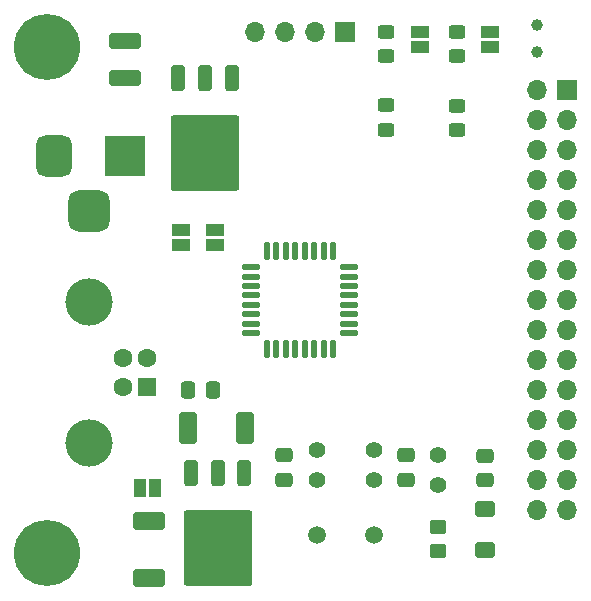
<source format=gbr>
%TF.GenerationSoftware,KiCad,Pcbnew,8.0.4*%
%TF.CreationDate,2024-10-18T12:18:20-03:00*%
%TF.ProjectId,STM32_DEV_BOARD,53544d33-325f-4444-9556-5f424f415244,rev?*%
%TF.SameCoordinates,Original*%
%TF.FileFunction,Soldermask,Top*%
%TF.FilePolarity,Negative*%
%FSLAX46Y46*%
G04 Gerber Fmt 4.6, Leading zero omitted, Abs format (unit mm)*
G04 Created by KiCad (PCBNEW 8.0.4) date 2024-10-18 12:18:20*
%MOMM*%
%LPD*%
G01*
G04 APERTURE LIST*
G04 Aperture macros list*
%AMRoundRect*
0 Rectangle with rounded corners*
0 $1 Rounding radius*
0 $2 $3 $4 $5 $6 $7 $8 $9 X,Y pos of 4 corners*
0 Add a 4 corners polygon primitive as box body*
4,1,4,$2,$3,$4,$5,$6,$7,$8,$9,$2,$3,0*
0 Add four circle primitives for the rounded corners*
1,1,$1+$1,$2,$3*
1,1,$1+$1,$4,$5*
1,1,$1+$1,$6,$7*
1,1,$1+$1,$8,$9*
0 Add four rect primitives between the rounded corners*
20,1,$1+$1,$2,$3,$4,$5,0*
20,1,$1+$1,$4,$5,$6,$7,0*
20,1,$1+$1,$6,$7,$8,$9,0*
20,1,$1+$1,$8,$9,$2,$3,0*%
G04 Aperture macros list end*
%ADD10C,1.400000*%
%ADD11RoundRect,0.250000X-1.100000X0.500000X-1.100000X-0.500000X1.100000X-0.500000X1.100000X0.500000X0*%
%ADD12RoundRect,0.125000X0.125000X-0.625000X0.125000X0.625000X-0.125000X0.625000X-0.125000X-0.625000X0*%
%ADD13RoundRect,0.125000X0.625000X-0.125000X0.625000X0.125000X-0.625000X0.125000X-0.625000X-0.125000X0*%
%ADD14RoundRect,0.250000X-0.500000X-1.100000X0.500000X-1.100000X0.500000X1.100000X-0.500000X1.100000X0*%
%ADD15C,1.000000*%
%ADD16C,5.600000*%
%ADD17RoundRect,0.250000X-0.350000X0.850000X-0.350000X-0.850000X0.350000X-0.850000X0.350000X0.850000X0*%
%ADD18RoundRect,0.249997X-2.650003X2.950003X-2.650003X-2.950003X2.650003X-2.950003X2.650003X2.950003X0*%
%ADD19RoundRect,0.250000X-1.125000X1.275000X-1.125000X-1.275000X1.125000X-1.275000X1.125000X1.275000X0*%
%ADD20RoundRect,0.250000X-0.450000X0.325000X-0.450000X-0.325000X0.450000X-0.325000X0.450000X0.325000X0*%
%ADD21C,1.500000*%
%ADD22R,1.000000X1.500000*%
%ADD23RoundRect,0.250000X0.450000X-0.325000X0.450000X0.325000X-0.450000X0.325000X-0.450000X-0.325000X0*%
%ADD24RoundRect,0.250000X0.450000X-0.350000X0.450000X0.350000X-0.450000X0.350000X-0.450000X-0.350000X0*%
%ADD25RoundRect,0.250000X0.600000X-0.400000X0.600000X0.400000X-0.600000X0.400000X-0.600000X-0.400000X0*%
%ADD26RoundRect,0.250000X0.337500X0.475000X-0.337500X0.475000X-0.337500X-0.475000X0.337500X-0.475000X0*%
%ADD27RoundRect,0.250000X0.475000X-0.337500X0.475000X0.337500X-0.475000X0.337500X-0.475000X-0.337500X0*%
%ADD28R,1.500000X1.000000*%
%ADD29R,1.700000X1.700000*%
%ADD30O,1.700000X1.700000*%
%ADD31R,1.600000X1.600000*%
%ADD32C,1.600000*%
%ADD33C,4.000000*%
%ADD34R,3.500000X3.500000*%
%ADD35RoundRect,0.750000X-0.750000X-1.000000X0.750000X-1.000000X0.750000X1.000000X-0.750000X1.000000X0*%
%ADD36RoundRect,0.875000X-0.875000X-0.875000X0.875000X-0.875000X0.875000X0.875000X-0.875000X0.875000X0*%
%ADD37RoundRect,0.250000X1.100000X-0.412500X1.100000X0.412500X-1.100000X0.412500X-1.100000X-0.412500X0*%
G04 APERTURE END LIST*
D10*
%TO.C,JP2*%
X171190000Y-114602500D03*
X171190000Y-117142500D03*
%TD*%
D11*
%TO.C,D4*%
X146760000Y-120160000D03*
X146760000Y-124960000D03*
%TD*%
D12*
%TO.C,U1*%
X156740000Y-105625000D03*
X157540000Y-105625000D03*
X158340000Y-105625000D03*
X159140000Y-105625000D03*
X159940000Y-105625000D03*
X160740000Y-105625000D03*
X161540000Y-105625000D03*
X162340000Y-105625000D03*
D13*
X163715000Y-104250000D03*
X163715000Y-103450000D03*
X163715000Y-102650000D03*
X163715000Y-101850000D03*
X163715000Y-101050000D03*
X163715000Y-100250000D03*
X163715000Y-99450000D03*
X163715000Y-98650000D03*
D12*
X162340000Y-97275000D03*
X161540000Y-97275000D03*
X160740000Y-97275000D03*
X159940000Y-97275000D03*
X159140000Y-97275000D03*
X158340000Y-97275000D03*
X157540000Y-97275000D03*
X156740000Y-97275000D03*
D13*
X155365000Y-98650000D03*
X155365000Y-99450000D03*
X155365000Y-100250000D03*
X155365000Y-101050000D03*
X155365000Y-101850000D03*
X155365000Y-102650000D03*
X155365000Y-103450000D03*
X155365000Y-104250000D03*
%TD*%
D14*
%TO.C,D2*%
X150100000Y-112250000D03*
X154900000Y-112250000D03*
%TD*%
D15*
%TO.C,TP2*%
X179650000Y-80470000D03*
%TD*%
D16*
%TO.C,REF\u002A\u002A*%
X138140000Y-80050000D03*
%TD*%
D17*
%TO.C,U2*%
X153797500Y-82670000D03*
X151517500Y-82670000D03*
D18*
X151517500Y-88970000D03*
D19*
X149992500Y-90645000D03*
D17*
X149237500Y-82670000D03*
%TD*%
D20*
%TO.C,D6*%
X166810000Y-78752500D03*
X166810000Y-80802500D03*
%TD*%
D21*
%TO.C,Y1*%
X165840000Y-121300000D03*
X160960000Y-121300000D03*
%TD*%
D22*
%TO.C,JP5*%
X145990000Y-117380000D03*
X147290000Y-117380000D03*
%TD*%
D23*
%TO.C,D8*%
X172800000Y-87042500D03*
X172800000Y-84992500D03*
%TD*%
D24*
%TO.C,R2*%
X171190000Y-122650000D03*
X171190000Y-120650000D03*
%TD*%
D25*
%TO.C,D5*%
X175230000Y-122640000D03*
X175230000Y-119140000D03*
%TD*%
D26*
%TO.C,C3*%
X152167500Y-109020000D03*
X150092500Y-109020000D03*
%TD*%
D10*
%TO.C,JP7*%
X165842500Y-114130000D03*
X165842500Y-116670000D03*
%TD*%
D27*
%TO.C,C8*%
X168522500Y-116667500D03*
X168522500Y-114592500D03*
%TD*%
D28*
%TO.C,JP8*%
X152310000Y-96770000D03*
X152310000Y-95470000D03*
%TD*%
D29*
%TO.C,J2*%
X163330000Y-78780000D03*
D30*
X160790000Y-78780000D03*
X158250000Y-78780000D03*
X155710000Y-78780000D03*
%TD*%
D17*
%TO.C,U3*%
X154845000Y-116115000D03*
X152565000Y-116115000D03*
D18*
X152565000Y-122415000D03*
D19*
X154090000Y-124090000D03*
D17*
X150285000Y-116115000D03*
%TD*%
D20*
%TO.C,D7*%
X172820000Y-78745000D03*
X172820000Y-80795000D03*
%TD*%
D16*
%TO.C,REF\u002A\u002A*%
X138140001Y-122849999D03*
%TD*%
D28*
%TO.C,JP3*%
X149490000Y-95470000D03*
X149490000Y-96770000D03*
%TD*%
%TO.C,JP1*%
X169720000Y-78755000D03*
X169720000Y-80055000D03*
%TD*%
D31*
%TO.C,J1*%
X146570000Y-108820000D03*
D32*
X146570000Y-106320000D03*
X144570000Y-106320000D03*
X144570000Y-108820000D03*
D33*
X141710000Y-113570000D03*
X141710000Y-101570000D03*
%TD*%
D10*
%TO.C,JP6*%
X160962500Y-116670000D03*
X160962500Y-114130000D03*
%TD*%
D28*
%TO.C,JP4*%
X175660000Y-78747500D03*
X175660000Y-80047500D03*
%TD*%
D27*
%TO.C,C7*%
X158202500Y-116677500D03*
X158202500Y-114602500D03*
%TD*%
D15*
%TO.C,TP1*%
X179640000Y-78160000D03*
%TD*%
D27*
%TO.C,C6*%
X175220000Y-116680000D03*
X175220000Y-114605000D03*
%TD*%
D34*
%TO.C,J6*%
X144720000Y-89240000D03*
D35*
X138720000Y-89240000D03*
D36*
X141720000Y-93940000D03*
%TD*%
D23*
%TO.C,D9*%
X166810000Y-87015000D03*
X166810000Y-84965000D03*
%TD*%
D37*
%TO.C,C1*%
X144730000Y-82672500D03*
X144730000Y-79547500D03*
%TD*%
D29*
%TO.C,J3*%
X182190000Y-83670000D03*
D30*
X179650000Y-83670000D03*
X182190000Y-86210000D03*
X179650000Y-86210000D03*
X182190000Y-88750000D03*
X179650000Y-88750000D03*
X182190000Y-91290000D03*
X179650000Y-91290000D03*
X182190000Y-93830000D03*
X179650000Y-93830000D03*
X182190000Y-96370000D03*
X179650000Y-96370000D03*
X182190000Y-98910000D03*
X179650000Y-98910000D03*
X182190000Y-101450000D03*
X179650000Y-101450000D03*
X182190000Y-103990000D03*
X179650000Y-103990000D03*
X182190000Y-106530000D03*
X179650000Y-106530000D03*
X182190000Y-109070000D03*
X179650000Y-109070000D03*
X182190000Y-111610000D03*
X179650000Y-111610000D03*
X182190000Y-114150000D03*
X179650000Y-114150000D03*
X182190000Y-116690000D03*
X179650000Y-116690000D03*
X182190000Y-119230000D03*
X179650000Y-119230000D03*
%TD*%
M02*

</source>
